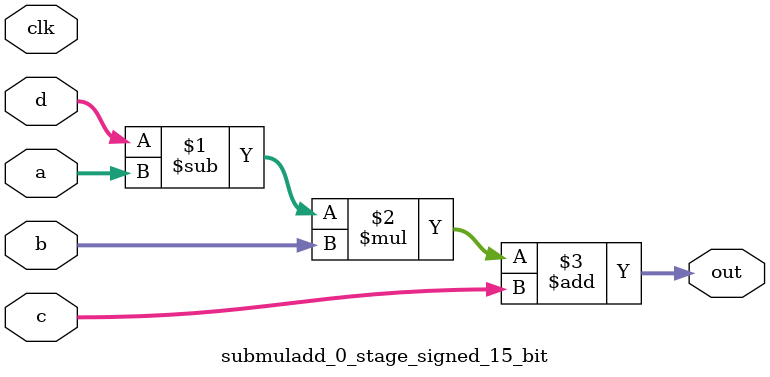
<source format=sv>
(* use_dsp = "yes" *) module submuladd_0_stage_signed_15_bit(
	input signed [14:0] a,
	input signed [14:0] b,
	input signed [14:0] c,
	input signed [14:0] d,
	output [14:0] out,
	input clk);

	assign out = ((d - a) * b) + c;
endmodule

</source>
